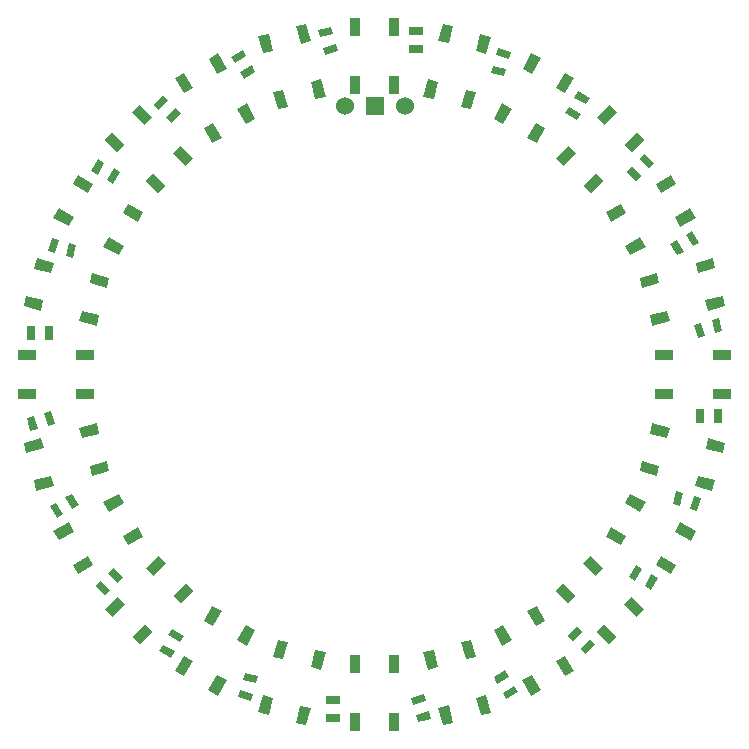
<source format=gts>
G04 (created by PCBNEW (2013-mar-13)-testing) date Fri 11 Oct 2013 20:58:09 EST*
%MOIN*%
G04 Gerber Fmt 3.4, Leading zero omitted, Abs format*
%FSLAX34Y34*%
G01*
G70*
G90*
G04 APERTURE LIST*
%ADD10C,0.005906*%
%ADD11C,0.060000*%
%ADD12R,0.060000X0.060000*%
%ADD13R,0.045000X0.025000*%
%ADD14R,0.025000X0.045000*%
%ADD15R,0.035433X0.059055*%
%ADD16R,0.059055X0.035433*%
G04 APERTURE END LIST*
G54D10*
G54D11*
X1000Y8956D03*
G54D12*
X0Y8956D03*
G54D11*
X-1000Y8956D03*
G54D13*
X1377Y10845D03*
X1377Y11445D03*
G54D10*
G36*
X6748Y8482D02*
X6358Y8707D01*
X6483Y8924D01*
X6873Y8699D01*
X6748Y8482D01*
X6748Y8482D01*
G37*
G36*
X7048Y9002D02*
X6658Y9227D01*
X6783Y9444D01*
X7173Y9219D01*
X7048Y9002D01*
X7048Y9002D01*
G37*
G36*
X8714Y6447D02*
X8395Y6765D01*
X8572Y6942D01*
X8890Y6623D01*
X8714Y6447D01*
X8714Y6447D01*
G37*
G36*
X9138Y6871D02*
X8820Y7189D01*
X8996Y7366D01*
X9315Y7048D01*
X9138Y6871D01*
X9138Y6871D01*
G37*
G36*
X10085Y3972D02*
X9860Y4361D01*
X10077Y4486D01*
X10302Y4097D01*
X10085Y3972D01*
X10085Y3972D01*
G37*
G36*
X10605Y4272D02*
X10380Y4661D01*
X10596Y4786D01*
X10821Y4397D01*
X10605Y4272D01*
X10605Y4272D01*
G37*
G36*
X10770Y1226D02*
X10653Y1661D01*
X10895Y1725D01*
X11011Y1291D01*
X10770Y1226D01*
X10770Y1226D01*
G37*
G36*
X11349Y1381D02*
X11233Y1816D01*
X11474Y1881D01*
X11591Y1446D01*
X11349Y1381D01*
X11349Y1381D01*
G37*
G54D14*
X10845Y-1377D03*
X11445Y-1377D03*
G54D10*
G36*
X9940Y-4323D02*
X10056Y-3888D01*
X10298Y-3953D01*
X10181Y-4387D01*
X9940Y-4323D01*
X9940Y-4323D01*
G37*
G36*
X10519Y-4478D02*
X10636Y-4043D01*
X10877Y-4108D01*
X10761Y-4543D01*
X10519Y-4478D01*
X10519Y-4478D01*
G37*
G36*
X8482Y-6748D02*
X8707Y-6358D01*
X8924Y-6483D01*
X8699Y-6873D01*
X8482Y-6748D01*
X8482Y-6748D01*
G37*
G36*
X9002Y-7048D02*
X9227Y-6658D01*
X9443Y-6783D01*
X9218Y-7173D01*
X9002Y-7048D01*
X9002Y-7048D01*
G37*
G36*
X6447Y-8714D02*
X6765Y-8395D01*
X6942Y-8572D01*
X6623Y-8890D01*
X6447Y-8714D01*
X6447Y-8714D01*
G37*
G36*
X6871Y-9138D02*
X7189Y-8820D01*
X7366Y-8996D01*
X7048Y-9315D01*
X6871Y-9138D01*
X6871Y-9138D01*
G37*
G36*
X3972Y-10085D02*
X4361Y-9860D01*
X4486Y-10077D01*
X4097Y-10302D01*
X3972Y-10085D01*
X3972Y-10085D01*
G37*
G36*
X4272Y-10605D02*
X4661Y-10380D01*
X4786Y-10596D01*
X4397Y-10821D01*
X4272Y-10605D01*
X4272Y-10605D01*
G37*
G36*
X1226Y-10770D02*
X1660Y-10653D01*
X1725Y-10895D01*
X1290Y-11011D01*
X1226Y-10770D01*
X1226Y-10770D01*
G37*
G36*
X1381Y-11349D02*
X1816Y-11233D01*
X1880Y-11474D01*
X1446Y-11591D01*
X1381Y-11349D01*
X1381Y-11349D01*
G37*
G54D13*
X-1377Y-10845D03*
X-1377Y-11445D03*
G54D10*
G36*
X-4323Y-9940D02*
X-3888Y-10056D01*
X-3953Y-10298D01*
X-4387Y-10181D01*
X-4323Y-9940D01*
X-4323Y-9940D01*
G37*
G36*
X-4478Y-10519D02*
X-4043Y-10636D01*
X-4108Y-10877D01*
X-4543Y-10761D01*
X-4478Y-10519D01*
X-4478Y-10519D01*
G37*
G36*
X-6748Y-8482D02*
X-6358Y-8707D01*
X-6483Y-8924D01*
X-6873Y-8699D01*
X-6748Y-8482D01*
X-6748Y-8482D01*
G37*
G36*
X-7048Y-9002D02*
X-6658Y-9227D01*
X-6783Y-9443D01*
X-7173Y-9218D01*
X-7048Y-9002D01*
X-7048Y-9002D01*
G37*
G36*
X-8714Y-6447D02*
X-8395Y-6765D01*
X-8572Y-6942D01*
X-8890Y-6623D01*
X-8714Y-6447D01*
X-8714Y-6447D01*
G37*
G36*
X-9138Y-6871D02*
X-8820Y-7189D01*
X-8996Y-7366D01*
X-9315Y-7048D01*
X-9138Y-6871D01*
X-9138Y-6871D01*
G37*
G36*
X-10085Y-3972D02*
X-9860Y-4361D01*
X-10077Y-4486D01*
X-10302Y-4097D01*
X-10085Y-3972D01*
X-10085Y-3972D01*
G37*
G36*
X-10605Y-4272D02*
X-10380Y-4661D01*
X-10596Y-4786D01*
X-10821Y-4397D01*
X-10605Y-4272D01*
X-10605Y-4272D01*
G37*
G36*
X-10770Y-1226D02*
X-10653Y-1660D01*
X-10895Y-1725D01*
X-11011Y-1290D01*
X-10770Y-1226D01*
X-10770Y-1226D01*
G37*
G36*
X-11349Y-1381D02*
X-11233Y-1816D01*
X-11474Y-1880D01*
X-11591Y-1446D01*
X-11349Y-1381D01*
X-11349Y-1381D01*
G37*
G54D14*
X-10845Y1377D03*
X-11445Y1377D03*
G54D10*
G36*
X-9940Y4323D02*
X-10056Y3888D01*
X-10298Y3953D01*
X-10181Y4387D01*
X-9940Y4323D01*
X-9940Y4323D01*
G37*
G36*
X-10519Y4478D02*
X-10636Y4043D01*
X-10877Y4108D01*
X-10761Y4543D01*
X-10519Y4478D01*
X-10519Y4478D01*
G37*
G36*
X-8482Y6748D02*
X-8707Y6358D01*
X-8924Y6483D01*
X-8699Y6873D01*
X-8482Y6748D01*
X-8482Y6748D01*
G37*
G36*
X-9002Y7048D02*
X-9227Y6658D01*
X-9443Y6783D01*
X-9218Y7173D01*
X-9002Y7048D01*
X-9002Y7048D01*
G37*
G36*
X-6447Y8714D02*
X-6765Y8395D01*
X-6942Y8572D01*
X-6623Y8890D01*
X-6447Y8714D01*
X-6447Y8714D01*
G37*
G36*
X-6871Y9138D02*
X-7189Y8820D01*
X-7366Y8996D01*
X-7048Y9315D01*
X-6871Y9138D01*
X-6871Y9138D01*
G37*
G36*
X-3972Y10085D02*
X-4361Y9860D01*
X-4486Y10077D01*
X-4097Y10302D01*
X-3972Y10085D01*
X-3972Y10085D01*
G37*
G36*
X-4272Y10605D02*
X-4661Y10380D01*
X-4786Y10596D01*
X-4397Y10821D01*
X-4272Y10605D01*
X-4272Y10605D01*
G37*
G36*
X-1226Y10770D02*
X-1660Y10653D01*
X-1725Y10895D01*
X-1290Y11011D01*
X-1226Y10770D01*
X-1226Y10770D01*
G37*
G36*
X-1381Y11349D02*
X-1816Y11233D01*
X-1880Y11474D01*
X-1446Y11591D01*
X-1381Y11349D01*
X-1381Y11349D01*
G37*
G36*
X4323Y9940D02*
X3888Y10056D01*
X3953Y10298D01*
X4387Y10181D01*
X4323Y9940D01*
X4323Y9940D01*
G37*
G36*
X4478Y10520D02*
X4043Y10636D01*
X4108Y10878D01*
X4543Y10761D01*
X4478Y10520D01*
X4478Y10520D01*
G37*
G54D15*
X-649Y9665D03*
X649Y9665D03*
X649Y11590D03*
X-649Y11594D03*
G54D10*
G36*
X1968Y9173D02*
X1626Y9264D01*
X1779Y9835D01*
X2121Y9743D01*
X1968Y9173D01*
X1968Y9173D01*
G37*
G36*
X3223Y8836D02*
X2881Y8928D01*
X3034Y9498D01*
X3376Y9407D01*
X3223Y8836D01*
X3223Y8836D01*
G37*
G36*
X3721Y10696D02*
X3379Y10788D01*
X3532Y11358D01*
X3874Y11266D01*
X3721Y10696D01*
X3721Y10696D01*
G37*
G36*
X2468Y11036D02*
X2125Y11128D01*
X2278Y11698D01*
X2620Y11606D01*
X2468Y11036D01*
X2468Y11036D01*
G37*
G36*
X4275Y8350D02*
X3969Y8528D01*
X4264Y9039D01*
X4571Y8862D01*
X4275Y8350D01*
X4275Y8350D01*
G37*
G36*
X5401Y7701D02*
X5094Y7878D01*
X5389Y8389D01*
X5696Y8212D01*
X5401Y7701D01*
X5401Y7701D01*
G37*
G36*
X6363Y9368D02*
X6056Y9545D01*
X6352Y10057D01*
X6658Y9880D01*
X6363Y9368D01*
X6363Y9368D01*
G37*
G36*
X5240Y10021D02*
X4933Y10198D01*
X5228Y10710D01*
X5535Y10533D01*
X5240Y10021D01*
X5240Y10021D01*
G37*
G36*
X6291Y6959D02*
X6041Y7210D01*
X6458Y7627D01*
X6709Y7377D01*
X6291Y6959D01*
X6291Y6959D01*
G37*
G36*
X7210Y6041D02*
X6959Y6291D01*
X7377Y6709D01*
X7627Y6458D01*
X7210Y6041D01*
X7210Y6041D01*
G37*
G36*
X8571Y7402D02*
X8321Y7652D01*
X8738Y8070D01*
X8989Y7819D01*
X8571Y7402D01*
X8571Y7402D01*
G37*
G36*
X7655Y8323D02*
X7405Y8574D01*
X7822Y8991D01*
X8073Y8741D01*
X7655Y8323D01*
X7655Y8323D01*
G37*
G36*
X7878Y5094D02*
X7701Y5401D01*
X8212Y5696D01*
X8390Y5389D01*
X7878Y5094D01*
X7878Y5094D01*
G37*
G36*
X8528Y3969D02*
X8351Y4275D01*
X8862Y4571D01*
X9039Y4264D01*
X8528Y3969D01*
X8528Y3969D01*
G37*
G36*
X10195Y4931D02*
X10018Y5238D01*
X10529Y5533D01*
X10706Y5226D01*
X10195Y4931D01*
X10195Y4931D01*
G37*
G36*
X9549Y6058D02*
X9372Y6365D01*
X9883Y6660D01*
X10060Y6354D01*
X9549Y6058D01*
X9549Y6058D01*
G37*
G36*
X8928Y2881D02*
X8836Y3223D01*
X9407Y3376D01*
X9498Y3034D01*
X8928Y2881D01*
X8928Y2881D01*
G37*
G36*
X9264Y1626D02*
X9173Y1968D01*
X9743Y2121D01*
X9835Y1779D01*
X9264Y1626D01*
X9264Y1626D01*
G37*
G36*
X11124Y2124D02*
X11032Y2467D01*
X11603Y2619D01*
X11694Y2277D01*
X11124Y2124D01*
X11124Y2124D01*
G37*
G36*
X10791Y3380D02*
X10700Y3723D01*
X11270Y3875D01*
X11362Y3533D01*
X10791Y3380D01*
X10791Y3380D01*
G37*
G54D16*
X9665Y649D03*
X9665Y-649D03*
X11590Y-649D03*
X11594Y649D03*
G54D10*
G36*
X9173Y-1968D02*
X9264Y-1626D01*
X9835Y-1779D01*
X9743Y-2121D01*
X9173Y-1968D01*
X9173Y-1968D01*
G37*
G36*
X8836Y-3223D02*
X8928Y-2881D01*
X9498Y-3034D01*
X9407Y-3376D01*
X8836Y-3223D01*
X8836Y-3223D01*
G37*
G36*
X10696Y-3721D02*
X10788Y-3379D01*
X11358Y-3532D01*
X11266Y-3874D01*
X10696Y-3721D01*
X10696Y-3721D01*
G37*
G36*
X11036Y-2468D02*
X11128Y-2125D01*
X11698Y-2278D01*
X11606Y-2620D01*
X11036Y-2468D01*
X11036Y-2468D01*
G37*
G36*
X8351Y-4275D02*
X8528Y-3969D01*
X9039Y-4264D01*
X8862Y-4571D01*
X8351Y-4275D01*
X8351Y-4275D01*
G37*
G36*
X7701Y-5401D02*
X7878Y-5094D01*
X8390Y-5389D01*
X8212Y-5696D01*
X7701Y-5401D01*
X7701Y-5401D01*
G37*
G36*
X9368Y-6363D02*
X9545Y-6056D01*
X10057Y-6352D01*
X9880Y-6658D01*
X9368Y-6363D01*
X9368Y-6363D01*
G37*
G36*
X10021Y-5240D02*
X10198Y-4933D01*
X10710Y-5228D01*
X10533Y-5535D01*
X10021Y-5240D01*
X10021Y-5240D01*
G37*
G36*
X6959Y-6291D02*
X7210Y-6041D01*
X7627Y-6458D01*
X7377Y-6709D01*
X6959Y-6291D01*
X6959Y-6291D01*
G37*
G36*
X6041Y-7210D02*
X6291Y-6959D01*
X6709Y-7377D01*
X6458Y-7627D01*
X6041Y-7210D01*
X6041Y-7210D01*
G37*
G36*
X7402Y-8571D02*
X7652Y-8321D01*
X8070Y-8738D01*
X7819Y-8989D01*
X7402Y-8571D01*
X7402Y-8571D01*
G37*
G36*
X8323Y-7655D02*
X8574Y-7405D01*
X8991Y-7822D01*
X8741Y-8073D01*
X8323Y-7655D01*
X8323Y-7655D01*
G37*
G36*
X5094Y-7878D02*
X5401Y-7701D01*
X5696Y-8212D01*
X5389Y-8390D01*
X5094Y-7878D01*
X5094Y-7878D01*
G37*
G36*
X3969Y-8528D02*
X4275Y-8351D01*
X4571Y-8862D01*
X4264Y-9039D01*
X3969Y-8528D01*
X3969Y-8528D01*
G37*
G36*
X4931Y-10195D02*
X5238Y-10018D01*
X5533Y-10529D01*
X5226Y-10706D01*
X4931Y-10195D01*
X4931Y-10195D01*
G37*
G36*
X6058Y-9549D02*
X6365Y-9372D01*
X6660Y-9883D01*
X6354Y-10060D01*
X6058Y-9549D01*
X6058Y-9549D01*
G37*
G36*
X2881Y-8928D02*
X3223Y-8836D01*
X3376Y-9407D01*
X3034Y-9498D01*
X2881Y-8928D01*
X2881Y-8928D01*
G37*
G36*
X1626Y-9264D02*
X1968Y-9173D01*
X2121Y-9743D01*
X1779Y-9835D01*
X1626Y-9264D01*
X1626Y-9264D01*
G37*
G36*
X2124Y-11124D02*
X2467Y-11032D01*
X2619Y-11603D01*
X2277Y-11694D01*
X2124Y-11124D01*
X2124Y-11124D01*
G37*
G36*
X3380Y-10791D02*
X3723Y-10700D01*
X3875Y-11270D01*
X3533Y-11362D01*
X3380Y-10791D01*
X3380Y-10791D01*
G37*
G54D15*
X649Y-9665D03*
X-649Y-9665D03*
X-649Y-11590D03*
X649Y-11594D03*
G54D10*
G36*
X-1968Y-9173D02*
X-1626Y-9264D01*
X-1779Y-9835D01*
X-2121Y-9743D01*
X-1968Y-9173D01*
X-1968Y-9173D01*
G37*
G36*
X-3223Y-8836D02*
X-2881Y-8928D01*
X-3034Y-9498D01*
X-3376Y-9407D01*
X-3223Y-8836D01*
X-3223Y-8836D01*
G37*
G36*
X-3721Y-10696D02*
X-3379Y-10788D01*
X-3532Y-11358D01*
X-3874Y-11266D01*
X-3721Y-10696D01*
X-3721Y-10696D01*
G37*
G36*
X-2468Y-11036D02*
X-2125Y-11128D01*
X-2278Y-11698D01*
X-2620Y-11606D01*
X-2468Y-11036D01*
X-2468Y-11036D01*
G37*
G36*
X-4275Y-8351D02*
X-3969Y-8528D01*
X-4264Y-9039D01*
X-4571Y-8862D01*
X-4275Y-8351D01*
X-4275Y-8351D01*
G37*
G36*
X-5401Y-7701D02*
X-5094Y-7878D01*
X-5389Y-8390D01*
X-5696Y-8212D01*
X-5401Y-7701D01*
X-5401Y-7701D01*
G37*
G36*
X-6363Y-9368D02*
X-6056Y-9545D01*
X-6352Y-10057D01*
X-6658Y-9880D01*
X-6363Y-9368D01*
X-6363Y-9368D01*
G37*
G36*
X-5240Y-10021D02*
X-4933Y-10198D01*
X-5228Y-10710D01*
X-5535Y-10533D01*
X-5240Y-10021D01*
X-5240Y-10021D01*
G37*
G36*
X-6291Y-6959D02*
X-6041Y-7210D01*
X-6458Y-7627D01*
X-6709Y-7377D01*
X-6291Y-6959D01*
X-6291Y-6959D01*
G37*
G36*
X-7210Y-6041D02*
X-6959Y-6291D01*
X-7377Y-6709D01*
X-7627Y-6458D01*
X-7210Y-6041D01*
X-7210Y-6041D01*
G37*
G36*
X-8571Y-7402D02*
X-8321Y-7652D01*
X-8738Y-8070D01*
X-8989Y-7819D01*
X-8571Y-7402D01*
X-8571Y-7402D01*
G37*
G36*
X-7655Y-8323D02*
X-7405Y-8574D01*
X-7822Y-8991D01*
X-8073Y-8741D01*
X-7655Y-8323D01*
X-7655Y-8323D01*
G37*
G36*
X-7878Y-5094D02*
X-7701Y-5401D01*
X-8212Y-5696D01*
X-8390Y-5389D01*
X-7878Y-5094D01*
X-7878Y-5094D01*
G37*
G36*
X-8528Y-3969D02*
X-8351Y-4275D01*
X-8862Y-4571D01*
X-9039Y-4264D01*
X-8528Y-3969D01*
X-8528Y-3969D01*
G37*
G36*
X-10195Y-4931D02*
X-10018Y-5238D01*
X-10529Y-5533D01*
X-10706Y-5226D01*
X-10195Y-4931D01*
X-10195Y-4931D01*
G37*
G36*
X-9549Y-6058D02*
X-9372Y-6365D01*
X-9883Y-6660D01*
X-10060Y-6354D01*
X-9549Y-6058D01*
X-9549Y-6058D01*
G37*
G36*
X-8928Y-2881D02*
X-8836Y-3223D01*
X-9407Y-3376D01*
X-9498Y-3034D01*
X-8928Y-2881D01*
X-8928Y-2881D01*
G37*
G36*
X-9264Y-1626D02*
X-9173Y-1968D01*
X-9743Y-2121D01*
X-9835Y-1779D01*
X-9264Y-1626D01*
X-9264Y-1626D01*
G37*
G36*
X-11124Y-2124D02*
X-11032Y-2467D01*
X-11603Y-2619D01*
X-11694Y-2277D01*
X-11124Y-2124D01*
X-11124Y-2124D01*
G37*
G36*
X-10791Y-3380D02*
X-10700Y-3723D01*
X-11270Y-3875D01*
X-11362Y-3533D01*
X-10791Y-3380D01*
X-10791Y-3380D01*
G37*
G54D16*
X-9665Y-649D03*
X-9665Y649D03*
X-11590Y649D03*
X-11594Y-649D03*
G54D10*
G36*
X-9173Y1968D02*
X-9264Y1626D01*
X-9835Y1779D01*
X-9743Y2121D01*
X-9173Y1968D01*
X-9173Y1968D01*
G37*
G36*
X-8836Y3223D02*
X-8928Y2881D01*
X-9498Y3034D01*
X-9407Y3376D01*
X-8836Y3223D01*
X-8836Y3223D01*
G37*
G36*
X-10696Y3722D02*
X-10788Y3379D01*
X-11358Y3532D01*
X-11266Y3874D01*
X-10696Y3722D01*
X-10696Y3722D01*
G37*
G36*
X-11036Y2468D02*
X-11128Y2125D01*
X-11698Y2278D01*
X-11606Y2620D01*
X-11036Y2468D01*
X-11036Y2468D01*
G37*
G36*
X-8351Y4275D02*
X-8528Y3969D01*
X-9039Y4264D01*
X-8862Y4571D01*
X-8351Y4275D01*
X-8351Y4275D01*
G37*
G36*
X-7701Y5401D02*
X-7878Y5094D01*
X-8390Y5389D01*
X-8212Y5696D01*
X-7701Y5401D01*
X-7701Y5401D01*
G37*
G36*
X-9368Y6363D02*
X-9545Y6056D01*
X-10057Y6352D01*
X-9880Y6658D01*
X-9368Y6363D01*
X-9368Y6363D01*
G37*
G36*
X-10021Y5240D02*
X-10198Y4933D01*
X-10710Y5228D01*
X-10533Y5535D01*
X-10021Y5240D01*
X-10021Y5240D01*
G37*
G36*
X-6959Y6291D02*
X-7210Y6041D01*
X-7627Y6458D01*
X-7377Y6709D01*
X-6959Y6291D01*
X-6959Y6291D01*
G37*
G36*
X-6041Y7210D02*
X-6291Y6959D01*
X-6709Y7377D01*
X-6458Y7627D01*
X-6041Y7210D01*
X-6041Y7210D01*
G37*
G36*
X-7402Y8571D02*
X-7652Y8321D01*
X-8070Y8738D01*
X-7819Y8989D01*
X-7402Y8571D01*
X-7402Y8571D01*
G37*
G36*
X-8323Y7655D02*
X-8574Y7405D01*
X-8991Y7822D01*
X-8741Y8073D01*
X-8323Y7655D01*
X-8323Y7655D01*
G37*
G36*
X-5094Y7878D02*
X-5401Y7701D01*
X-5696Y8212D01*
X-5389Y8389D01*
X-5094Y7878D01*
X-5094Y7878D01*
G37*
G36*
X-3969Y8528D02*
X-4275Y8350D01*
X-4571Y8862D01*
X-4264Y9039D01*
X-3969Y8528D01*
X-3969Y8528D01*
G37*
G36*
X-4931Y10195D02*
X-5238Y10018D01*
X-5533Y10529D01*
X-5226Y10706D01*
X-4931Y10195D01*
X-4931Y10195D01*
G37*
G36*
X-6058Y9549D02*
X-6365Y9372D01*
X-6660Y9883D01*
X-6354Y10060D01*
X-6058Y9549D01*
X-6058Y9549D01*
G37*
G36*
X-2881Y8928D02*
X-3223Y8836D01*
X-3376Y9407D01*
X-3034Y9498D01*
X-2881Y8928D01*
X-2881Y8928D01*
G37*
G36*
X-1626Y9264D02*
X-1968Y9173D01*
X-2121Y9743D01*
X-1779Y9835D01*
X-1626Y9264D01*
X-1626Y9264D01*
G37*
G36*
X-2124Y11124D02*
X-2467Y11032D01*
X-2619Y11603D01*
X-2277Y11694D01*
X-2124Y11124D01*
X-2124Y11124D01*
G37*
G36*
X-3380Y10791D02*
X-3723Y10700D01*
X-3875Y11270D01*
X-3533Y11362D01*
X-3380Y10791D01*
X-3380Y10791D01*
G37*
M02*

</source>
